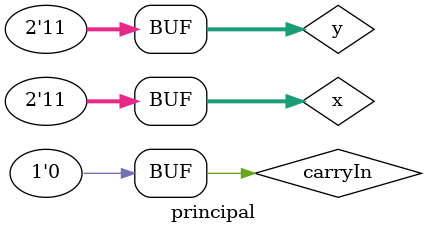
<source format=v>
`include "FullAdder.v"

module somadorAlgebrico(output[2:0]s,input[1:0]a,input[1:0]b,input carryIn);
 wire w[1:0];
 wire carryOut[1:0];
 xor xor1(w[0],b[0],carryIn);
 xor xor2(w[1],b[1],carryIn);
 
 fullAdder fa1(s[0],carryOut[0],a[0],w[0],carryIn);
 fullAdder fa2(s[1],carryOut[1],a[1],w[1],carryOut[0]);
 xor xor3(s[2],carryOut[1],carryIn);
 
endmodule //somadorAlgebrico

module principal;
	reg [1:0]x,y;
	reg carryIn;
	wire [2:0]s;
	somadorAlgebrico fs1(s,x,y,carryIn);
	initial begin
		carryIn = 1;
		x = 0; y = 0;
		$display("Exemplo0022 -  Milton costa teles da silva - 002751"); 
		$display("Test ALU's somadorAlgebrico");
		$display("\t  a - b  = SUBTRATOR");
		$monitor("\t %2b  %2b = %3b",x,y,s);
	  #1 y = 2'b01; 
	  #1 y = 2'b10;
	  #1 y = 2'b11;
	  #1 x = 2'b01; y = 2'b00;
	  #1 y = 2'b01; 
	  #1 y = 2'b10;
	  #1 y = 2'b11; 
	  #1 x = 2'b10; y = 2'b00;
	  #1 y = 2'b01; 
	  #1 y = 2'b10;
	  #1 y = 2'b11; 
	  #1 x = 2'b11; y = 2'b00; 
     #1 y = 2'b01; 
	  #1 y = 2'b10;
	  #1 y = 2'b11;
	  #1 y = 0;x = 0;
	  $display("\t  b - a  = saida");
	  $monitor("\t %2b - %2b = %3b",y,x,s);
	  #1 x = 2'b01; 
	  #1 x = 2'b10;
	  #1 x = 2'b11;
	  #1 y = 2'b01; x = 2'b00;
	  #1 x = 2'b01; 
	  #1 x = 2'b10;
	  #1 x = 2'b11; 
	  #1 y = 2'b10; x = 2'b00;
	  #1 x = 2'b01; 
	  #1 x = 2'b10;
	  #1 x = 2'b11; 
	  #1 y = 2'b11; x = 2'b00; 
     #1 x = 2'b01; 
	  #1 x = 2'b10;
	  #1 x = 2'b11;

	  #1carryIn = 0; x = 0; y = 0;
	  $display("\t  a + b  = ADDER");
	  #1 y = 2'b01; 
	  #1 y = 2'b10;
	  #1 y = 2'b11;
	  #1 x = 2'b01; y = 2'b00;
	  #1 y = 2'b01; 
	  #1 y = 2'b10;
	  #1 y = 2'b11; 
	  #1 x = 2'b10; y = 2'b00;
	  #1 y = 2'b01; 
	  #1 y = 2'b10;
	  #1 y = 2'b11; 
	  #1 x = 2'b11; y = 2'b00; 
     #1 y = 2'b01; 
	  #1 y = 2'b10;
	  #1 y = 2'b11;
 end
endmodule //principal

</source>
